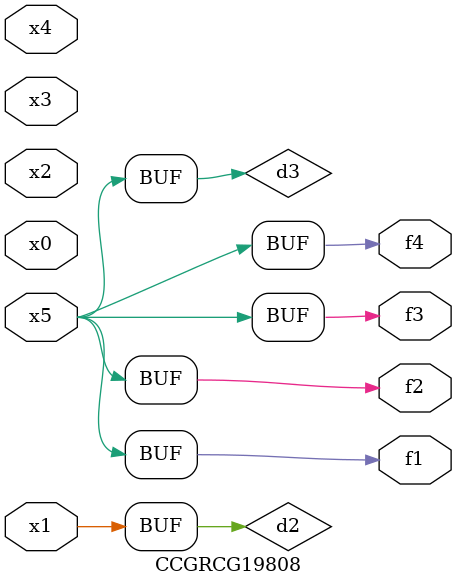
<source format=v>
module CCGRCG19808(
	input x0, x1, x2, x3, x4, x5,
	output f1, f2, f3, f4
);

	wire d1, d2, d3;

	not (d1, x5);
	or (d2, x1);
	xnor (d3, d1);
	assign f1 = d3;
	assign f2 = d3;
	assign f3 = d3;
	assign f4 = d3;
endmodule

</source>
